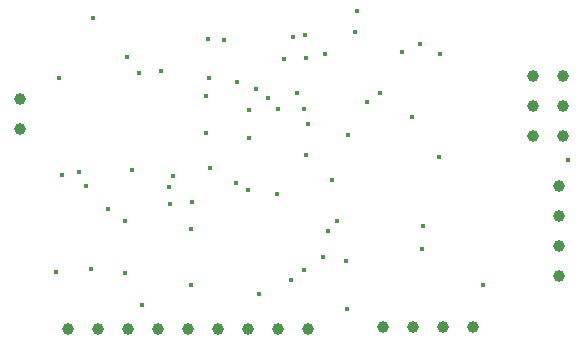
<source format=gbr>
%TF.GenerationSoftware,KiCad,Pcbnew,7.99.0-4047-gfc85112a72*%
%TF.CreationDate,2024-01-03T16:22:47+03:00*%
%TF.ProjectId,Prj 3 MCU DataLogger,50726a20-3320-44d4-9355-20446174614c,Version-1*%
%TF.SameCoordinates,Original*%
%TF.FileFunction,Plated,1,2,PTH,Drill*%
%TF.FilePolarity,Positive*%
%FSLAX46Y46*%
G04 Gerber Fmt 4.6, Leading zero omitted, Abs format (unit mm)*
G04 Created by KiCad (PCBNEW 7.99.0-4047-gfc85112a72) date 2024-01-03 16:22:47*
%MOMM*%
%LPD*%
G01*
G04 APERTURE LIST*
%TA.AperFunction,ViaDrill*%
%ADD10C,0.400000*%
%TD*%
%TA.AperFunction,ComponentDrill*%
%ADD11C,1.000000*%
%TD*%
G04 APERTURE END LIST*
D10*
X93954600Y-94818200D03*
X94157800Y-78409800D03*
X94462600Y-86614000D03*
X95834200Y-86360000D03*
X96418400Y-87528400D03*
X96875600Y-94589600D03*
X97078800Y-73329800D03*
X98345599Y-89523400D03*
X99796600Y-90551000D03*
X99796600Y-94970600D03*
X99898200Y-76682600D03*
X100330000Y-86210000D03*
X100939600Y-77978000D03*
X101193600Y-97612200D03*
X102768400Y-77800200D03*
X103525494Y-87644076D03*
X103529628Y-89102428D03*
X103854598Y-86699779D03*
X105333800Y-91174400D03*
X105384600Y-95986600D03*
X105460800Y-88950800D03*
X106578400Y-83058000D03*
X106635800Y-79940281D03*
X106756200Y-75107800D03*
X106832400Y-78460600D03*
X106971000Y-86055200D03*
X108153200Y-75209400D03*
X109140406Y-87321804D03*
X109270800Y-78727000D03*
X110153989Y-87907000D03*
X110261400Y-81127000D03*
X110261400Y-83540600D03*
X110892192Y-79345391D03*
X111099600Y-96748600D03*
X111870422Y-80102938D03*
X112623600Y-88239600D03*
X112674400Y-81076800D03*
X113258600Y-76835000D03*
X113817400Y-95490200D03*
X113995200Y-74980800D03*
X114325400Y-79730600D03*
X114884200Y-81076800D03*
X114935000Y-94716600D03*
X115036600Y-74777600D03*
X115062000Y-84937600D03*
X115087400Y-76708000D03*
X115229008Y-82281392D03*
X116484400Y-93573600D03*
X116730353Y-76420553D03*
X116967000Y-91338400D03*
X117271800Y-87096600D03*
X117729000Y-90500200D03*
X118491000Y-93903800D03*
X118516400Y-98018600D03*
X118605000Y-83276791D03*
X119265700Y-74510900D03*
X119380000Y-72733200D03*
X120218200Y-80492600D03*
X121361200Y-79705200D03*
X123240800Y-76250800D03*
X124028200Y-81762600D03*
X124739400Y-75514200D03*
X124891800Y-92938600D03*
X124968000Y-90932000D03*
X126365000Y-85115400D03*
X126441200Y-76352400D03*
X130073400Y-95935800D03*
X137254400Y-85369400D03*
D11*
%TO.C,BT1*%
X90855800Y-80192800D03*
X90855800Y-82732800D03*
%TO.C,J3*%
X94945200Y-99669600D03*
X97485200Y-99669600D03*
X100025200Y-99669600D03*
X102565200Y-99669600D03*
X105105200Y-99669600D03*
X107645200Y-99669600D03*
X110185200Y-99669600D03*
X112725200Y-99669600D03*
X115265200Y-99669600D03*
%TO.C,J2*%
X121564400Y-99491800D03*
X124104400Y-99491800D03*
X126644400Y-99491800D03*
X129184400Y-99491800D03*
%TO.C,J4*%
X134264400Y-78282800D03*
X134264400Y-80822800D03*
X134264400Y-83362800D03*
%TO.C,J1*%
X136474200Y-87569200D03*
X136474200Y-90109200D03*
X136474200Y-92649200D03*
X136474200Y-95189200D03*
%TO.C,J4*%
X136804400Y-78282800D03*
X136804400Y-80822800D03*
X136804400Y-83362800D03*
M02*

</source>
